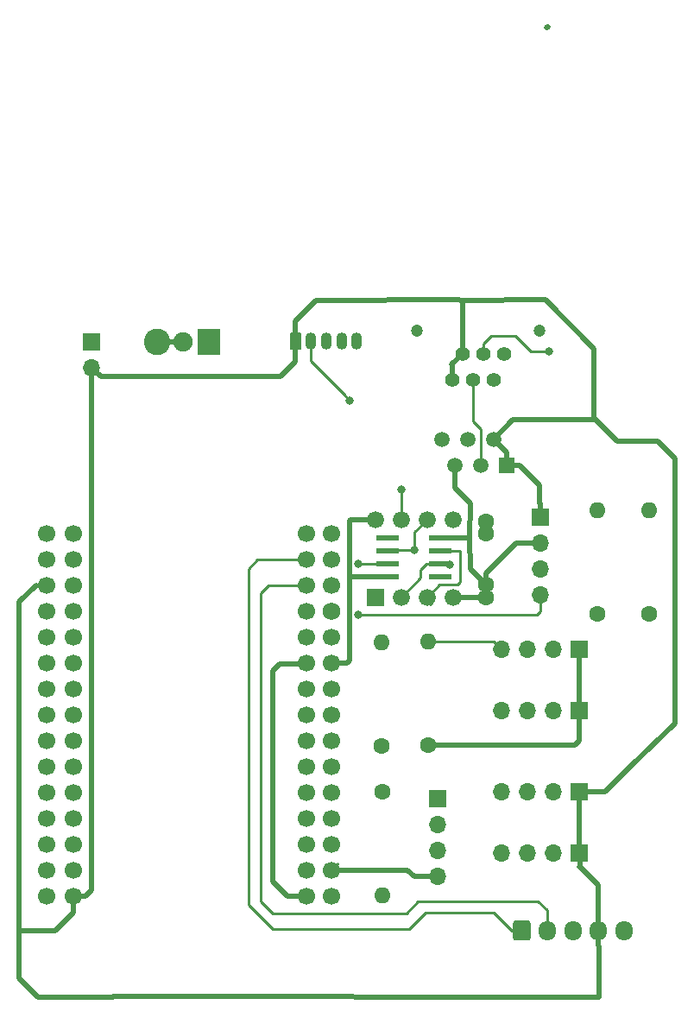
<source format=gbr>
G04 #@! TF.GenerationSoftware,KiCad,Pcbnew,(5.1.5)-3*
G04 #@! TF.CreationDate,2020-07-14T08:42:12+02:00*
G04 #@! TF.ProjectId,Airrohr_pcb,41697272-6f68-4725-9f70-63622e6b6963,rev?*
G04 #@! TF.SameCoordinates,Original*
G04 #@! TF.FileFunction,Copper,L1,Top*
G04 #@! TF.FilePolarity,Positive*
%FSLAX46Y46*%
G04 Gerber Fmt 4.6, Leading zero omitted, Abs format (unit mm)*
G04 Created by KiCad (PCBNEW (5.1.5)-3) date 2020-07-14 08:42:12*
%MOMM*%
%LPD*%
G04 APERTURE LIST*
%ADD10C,1.400000*%
%ADD11C,1.200000*%
%ADD12R,1.520000X1.520000*%
%ADD13C,1.520000*%
%ADD14O,1.600000X1.600000*%
%ADD15C,1.600000*%
%ADD16R,1.000000X0.500000*%
%ADD17C,1.900000*%
%ADD18R,2.200000X2.600000*%
%ADD19C,2.600000*%
%ADD20O,1.700000X1.700000*%
%ADD21R,1.700000X1.700000*%
%ADD22R,1.676400X1.676400*%
%ADD23C,1.676400*%
%ADD24R,2.200000X0.600000*%
%ADD25O,1.700000X1.950000*%
%ADD26C,0.100000*%
%ADD27C,1.700000*%
%ADD28C,1.740000*%
%ADD29O,1.100000X1.700000*%
%ADD30C,0.800000*%
%ADD31C,0.500000*%
%ADD32C,0.250000*%
G04 APERTURE END LIST*
D10*
X185448100Y-26757760D03*
X186468100Y-24217760D03*
X187488100Y-26757760D03*
X188508100Y-24217760D03*
X189528100Y-26757760D03*
X190548100Y-24217760D03*
D11*
X193998100Y-21917760D03*
X181998100Y-21917760D03*
D12*
X190792100Y-35144720D03*
D13*
X189522100Y-32604720D03*
X188252100Y-35144720D03*
X186982100Y-32604720D03*
X185712100Y-35144720D03*
X184442100Y-32604720D03*
D14*
X204741020Y-39583360D03*
D15*
X204741020Y-49743360D03*
D16*
X157834800Y-23088600D03*
D17*
X159054800Y-23088600D03*
D18*
X161594800Y-23088600D03*
D19*
X156514800Y-23088600D03*
D20*
X194061080Y-47857260D03*
X194061080Y-45317260D03*
X194061080Y-42777260D03*
D21*
X194061080Y-40237260D03*
D22*
X177906680Y-48084740D03*
D23*
X180446680Y-48084740D03*
X182986680Y-48084740D03*
X185526680Y-48084740D03*
X185526680Y-40464740D03*
X182986680Y-40464740D03*
X180446680Y-40464740D03*
X177906680Y-40464740D03*
D20*
X190285000Y-59168400D03*
X192825000Y-59168400D03*
X195365000Y-59168400D03*
D21*
X197905000Y-59168400D03*
D20*
X190285000Y-53168400D03*
X192825000Y-53168400D03*
X195365000Y-53168400D03*
D21*
X197905000Y-53168400D03*
D24*
X179091280Y-42293540D03*
X179091280Y-43563540D03*
X179091280Y-46103540D03*
X184291280Y-42293540D03*
X184291280Y-43563540D03*
X184291280Y-46103540D03*
X179091280Y-44833540D03*
X184291280Y-44833540D03*
D15*
X188803280Y-46867140D03*
X188803280Y-41867140D03*
X188803280Y-40617140D03*
X188803280Y-48117140D03*
D25*
X202278000Y-80772000D03*
X199778000Y-80772000D03*
X197278000Y-80772000D03*
X194778000Y-80772000D03*
G04 #@! TA.AperFunction,ComponentPad*
D26*
G36*
X192902504Y-79798204D02*
G01*
X192926773Y-79801804D01*
X192950571Y-79807765D01*
X192973671Y-79816030D01*
X192995849Y-79826520D01*
X193016893Y-79839133D01*
X193036598Y-79853747D01*
X193054777Y-79870223D01*
X193071253Y-79888402D01*
X193085867Y-79908107D01*
X193098480Y-79929151D01*
X193108970Y-79951329D01*
X193117235Y-79974429D01*
X193123196Y-79998227D01*
X193126796Y-80022496D01*
X193128000Y-80047000D01*
X193128000Y-81497000D01*
X193126796Y-81521504D01*
X193123196Y-81545773D01*
X193117235Y-81569571D01*
X193108970Y-81592671D01*
X193098480Y-81614849D01*
X193085867Y-81635893D01*
X193071253Y-81655598D01*
X193054777Y-81673777D01*
X193036598Y-81690253D01*
X193016893Y-81704867D01*
X192995849Y-81717480D01*
X192973671Y-81727970D01*
X192950571Y-81736235D01*
X192926773Y-81742196D01*
X192902504Y-81745796D01*
X192878000Y-81747000D01*
X191678000Y-81747000D01*
X191653496Y-81745796D01*
X191629227Y-81742196D01*
X191605429Y-81736235D01*
X191582329Y-81727970D01*
X191560151Y-81717480D01*
X191539107Y-81704867D01*
X191519402Y-81690253D01*
X191501223Y-81673777D01*
X191484747Y-81655598D01*
X191470133Y-81635893D01*
X191457520Y-81614849D01*
X191447030Y-81592671D01*
X191438765Y-81569571D01*
X191432804Y-81545773D01*
X191429204Y-81521504D01*
X191428000Y-81497000D01*
X191428000Y-80047000D01*
X191429204Y-80022496D01*
X191432804Y-79998227D01*
X191438765Y-79974429D01*
X191447030Y-79951329D01*
X191457520Y-79929151D01*
X191470133Y-79908107D01*
X191484747Y-79888402D01*
X191501223Y-79870223D01*
X191519402Y-79853747D01*
X191539107Y-79839133D01*
X191560151Y-79826520D01*
X191582329Y-79816030D01*
X191605429Y-79807765D01*
X191629227Y-79801804D01*
X191653496Y-79798204D01*
X191678000Y-79797000D01*
X192878000Y-79797000D01*
X192902504Y-79798204D01*
G37*
G04 #@! TD.AperFunction*
D27*
X171138600Y-44399200D03*
X171138600Y-49479200D03*
X171138600Y-46939200D03*
X171138600Y-67259200D03*
X171138600Y-64719200D03*
X171138600Y-59639200D03*
X171138600Y-62179200D03*
X171138600Y-77419200D03*
X171138600Y-57099200D03*
X171138600Y-52019200D03*
X171138600Y-54559200D03*
X171138600Y-69799200D03*
X171138600Y-74879200D03*
X171138600Y-72339200D03*
X171138600Y-41859200D03*
X148278600Y-77419200D03*
X148278600Y-74879200D03*
X148278600Y-72339200D03*
X148278600Y-69799200D03*
X148278600Y-67259200D03*
X148278600Y-64719200D03*
X148278600Y-62179200D03*
X148278600Y-59639200D03*
X148278600Y-57099200D03*
X148278600Y-54559200D03*
X148278600Y-52019200D03*
X148278600Y-49479200D03*
X148278600Y-46939200D03*
X148278600Y-44399200D03*
X148278600Y-41859200D03*
X173653200Y-41833800D03*
X173653200Y-44373800D03*
X173653200Y-46913800D03*
D28*
X173653200Y-49453800D03*
D27*
X173653200Y-51993800D03*
X173653200Y-54533800D03*
X173653200Y-57073800D03*
X173653200Y-59613800D03*
X173653200Y-62153800D03*
X173653200Y-64693800D03*
X173653200Y-67233800D03*
X173653200Y-69773800D03*
X173653200Y-72313800D03*
X173653200Y-74853800D03*
X173653200Y-77393800D03*
X145713200Y-77393800D03*
X145713200Y-74853800D03*
X145713200Y-72313800D03*
X145713200Y-69773800D03*
X145713200Y-67233800D03*
X145713200Y-64693800D03*
X145713200Y-62153800D03*
X145713200Y-59613800D03*
X145713200Y-57073800D03*
X145713200Y-54533800D03*
X145713200Y-51993800D03*
X145713200Y-49453800D03*
X145713200Y-46913800D03*
X145713200Y-44373800D03*
X145713200Y-41833800D03*
D20*
X190285000Y-73168400D03*
X192825000Y-73168400D03*
X195365000Y-73168400D03*
D21*
X197905000Y-73168400D03*
D20*
X190285000Y-67168400D03*
X192825000Y-67168400D03*
X195365000Y-67168400D03*
D21*
X197905000Y-67168400D03*
D29*
X176085000Y-22987000D03*
X174585000Y-22987000D03*
X173085000Y-22987000D03*
X171585000Y-22987000D03*
G04 #@! TA.AperFunction,ComponentPad*
D26*
G36*
X170489149Y-22137779D02*
G01*
X170504846Y-22140107D01*
X170520239Y-22143963D01*
X170535180Y-22149309D01*
X170549525Y-22156093D01*
X170563136Y-22164251D01*
X170575881Y-22173704D01*
X170587639Y-22184361D01*
X170598296Y-22196119D01*
X170607749Y-22208864D01*
X170615907Y-22222475D01*
X170622691Y-22236820D01*
X170628037Y-22251761D01*
X170631893Y-22267154D01*
X170634221Y-22282851D01*
X170635000Y-22298700D01*
X170635000Y-23675300D01*
X170634221Y-23691149D01*
X170631893Y-23706846D01*
X170628037Y-23722239D01*
X170622691Y-23737180D01*
X170615907Y-23751525D01*
X170607749Y-23765136D01*
X170598296Y-23777881D01*
X170587639Y-23789639D01*
X170575881Y-23800296D01*
X170563136Y-23809749D01*
X170549525Y-23817907D01*
X170535180Y-23824691D01*
X170520239Y-23830037D01*
X170504846Y-23833893D01*
X170489149Y-23836221D01*
X170473300Y-23837000D01*
X169696700Y-23837000D01*
X169680851Y-23836221D01*
X169665154Y-23833893D01*
X169649761Y-23830037D01*
X169634820Y-23824691D01*
X169620475Y-23817907D01*
X169606864Y-23809749D01*
X169594119Y-23800296D01*
X169582361Y-23789639D01*
X169571704Y-23777881D01*
X169562251Y-23765136D01*
X169554093Y-23751525D01*
X169547309Y-23737180D01*
X169541963Y-23722239D01*
X169538107Y-23706846D01*
X169535779Y-23691149D01*
X169535000Y-23675300D01*
X169535000Y-22298700D01*
X169535779Y-22282851D01*
X169538107Y-22267154D01*
X169541963Y-22251761D01*
X169547309Y-22236820D01*
X169554093Y-22222475D01*
X169562251Y-22208864D01*
X169571704Y-22196119D01*
X169582361Y-22184361D01*
X169594119Y-22173704D01*
X169606864Y-22164251D01*
X169620475Y-22156093D01*
X169634820Y-22149309D01*
X169649761Y-22143963D01*
X169665154Y-22140107D01*
X169680851Y-22137779D01*
X169696700Y-22137000D01*
X170473300Y-22137000D01*
X170489149Y-22137779D01*
G37*
G04 #@! TD.AperFunction*
D14*
X199677020Y-39583360D03*
D15*
X199677020Y-49743360D03*
D14*
X178516280Y-52537360D03*
D15*
X178516280Y-62697360D03*
D14*
X183088280Y-52410360D03*
D15*
X183088280Y-62570360D03*
D14*
X178574700Y-77287120D03*
D15*
X178574700Y-67127120D03*
D20*
X183984900Y-75483720D03*
X183984900Y-72943720D03*
X183984900Y-70403720D03*
D21*
X183984900Y-67863720D03*
D20*
X150114000Y-25603200D03*
D21*
X150114000Y-23063200D03*
D30*
X181742080Y-43487340D03*
X175427640Y-28788360D03*
X176273460Y-44833540D03*
X176273460Y-49771300D03*
X180431440Y-37510720D03*
X194980560Y-23944580D03*
X185173620Y-44866560D03*
D31*
X194828160Y7861300D02*
X194726560Y7759700D01*
D32*
X185526680Y-48084740D02*
X186712073Y-48084740D01*
D31*
X188770880Y-48084740D02*
X188803280Y-48117140D01*
X185526680Y-48084740D02*
X188770880Y-48084740D01*
D32*
X174218600Y-74168000D02*
X174218600Y-74269600D01*
D31*
X173653200Y-74853800D02*
X181091840Y-74853800D01*
X181721760Y-75483720D02*
X183984900Y-75483720D01*
X181091840Y-74853800D02*
X181721760Y-75483720D01*
X188803280Y-46867140D02*
X188803280Y-48117140D01*
X192858999Y-42777260D02*
X194061080Y-42777260D01*
X191761790Y-42777260D02*
X192858999Y-42777260D01*
X188803280Y-45735770D02*
X191761790Y-42777260D01*
X188803280Y-46867140D02*
X188803280Y-45735770D01*
X185712100Y-35144720D02*
X185712100Y-37355780D01*
X185712100Y-37355780D02*
X187225940Y-38869620D01*
X187225940Y-45289800D02*
X188803280Y-46867140D01*
X184291280Y-42293540D02*
X185891280Y-42293540D01*
X185896360Y-42298620D02*
X187185300Y-42298620D01*
X185891280Y-42293540D02*
X185896360Y-42298620D01*
X187225940Y-38869620D02*
X187185300Y-42298620D01*
X187185300Y-42298620D02*
X187225940Y-45289800D01*
X167862000Y-75996800D02*
X169284400Y-77419200D01*
X169284400Y-77419200D02*
X171138600Y-77419200D01*
X171062400Y-54559200D02*
X170986200Y-54635400D01*
X170986200Y-54635400D02*
X168522400Y-54635400D01*
X168522400Y-54635400D02*
X167862000Y-55295800D01*
X167862000Y-55295800D02*
X167862000Y-75996800D01*
X197905000Y-54518400D02*
X197905000Y-59168400D01*
X197905000Y-53168400D02*
X197905000Y-54518400D01*
X188803280Y-40617140D02*
X188803280Y-41867140D01*
X175125380Y-54533800D02*
X173653200Y-54533800D01*
X175400599Y-54258581D02*
X175125380Y-54533800D01*
X175536860Y-40464740D02*
X177906680Y-40464740D01*
X175400599Y-40601001D02*
X175536860Y-40464740D01*
X175445420Y-46103540D02*
X175409860Y-46067980D01*
X179091280Y-46103540D02*
X175445420Y-46103540D01*
X175400599Y-40601001D02*
X175409860Y-46067980D01*
X175409860Y-46067980D02*
X175400599Y-54258581D01*
X197905000Y-62173760D02*
X197905000Y-59168400D01*
X197912980Y-62181740D02*
X197905000Y-62173760D01*
X183088280Y-62570360D02*
X197524360Y-62570360D01*
X197524360Y-62570360D02*
X197912980Y-62181740D01*
D32*
X166363400Y-44399200D02*
X165474400Y-45288200D01*
X171138600Y-44399200D02*
X166363400Y-44399200D01*
X191328000Y-80772000D02*
X192278000Y-80772000D01*
X165474400Y-45288200D02*
X165486080Y-78148180D01*
X165486080Y-78247240D02*
X167830500Y-80591660D01*
X165486080Y-78148180D02*
X165486080Y-78247240D01*
X167827960Y-80591660D02*
X167830500Y-80591660D01*
X189532260Y-79006700D02*
X190192660Y-79667100D01*
X190068160Y-79512160D02*
X190192660Y-79667100D01*
X181251860Y-80591660D02*
X182836820Y-79006700D01*
X167830500Y-80591660D02*
X181251860Y-80591660D01*
X190192660Y-79667100D02*
X191328000Y-80772000D01*
X182836820Y-79006700D02*
X189532260Y-79006700D01*
X169936519Y-46939200D02*
X171138600Y-46939200D01*
X169931439Y-46934120D02*
X169936519Y-46939200D01*
X194818000Y-79507000D02*
X194818000Y-78740000D01*
X182112920Y-77889100D02*
X180939870Y-79062150D01*
X166672260Y-77886560D02*
X166672260Y-47660560D01*
X193888360Y-77889100D02*
X182112920Y-77889100D01*
X194778000Y-80772000D02*
X194778000Y-79547000D01*
X194818000Y-78740000D02*
X193888360Y-77889100D01*
X194778000Y-79547000D02*
X194818000Y-79507000D01*
X166672260Y-47660560D02*
X167398700Y-46934120D01*
X180939870Y-79062150D02*
X167847850Y-79062150D01*
X167847850Y-79062150D02*
X166672260Y-77886560D01*
X167398700Y-46934120D02*
X169931439Y-46934120D01*
D31*
X144635570Y-46913800D02*
X142995400Y-48553970D01*
D32*
X145713200Y-46913800D02*
X144635570Y-46913800D01*
X148278600Y-77419200D02*
X148126200Y-77419200D01*
D31*
X142970000Y-48514000D02*
X142970000Y-80732030D01*
X150114000Y-75361800D02*
X150114000Y-25603200D01*
X197905000Y-71818400D02*
X197905000Y-67168400D01*
X197905000Y-73168400D02*
X197905000Y-71818400D01*
X150114000Y-25603200D02*
X150963999Y-26453199D01*
X152517741Y-26453199D02*
X152519380Y-26451560D01*
X152128881Y-26416000D02*
X152519380Y-26451560D01*
X150963999Y-26453199D02*
X152517741Y-26453199D01*
X152519380Y-26451560D02*
X168656000Y-26416000D01*
X170085000Y-23837000D02*
X170070780Y-23851220D01*
X170085000Y-22987000D02*
X170085000Y-23837000D01*
X170070780Y-25001220D02*
X168656000Y-26416000D01*
X170070780Y-23851220D02*
X170070780Y-25001220D01*
X192052100Y-35144720D02*
X192057260Y-35139560D01*
X150114000Y-76785881D02*
X150114000Y-75361800D01*
X149480681Y-77419200D02*
X150114000Y-76785881D01*
X148278600Y-77419200D02*
X149480681Y-77419200D01*
X148304000Y-78994000D02*
X146526000Y-80772000D01*
X148304000Y-78646681D02*
X148304000Y-78994000D01*
X148278600Y-78621281D02*
X148304000Y-78646681D01*
X152176480Y-87274400D02*
X152191720Y-87259160D01*
X148278600Y-77419200D02*
X148278600Y-78621281D01*
X146526000Y-80772000D02*
X142995400Y-80772000D01*
X142995400Y-80772000D02*
X142995400Y-85456780D01*
X142995400Y-85456780D02*
X144813020Y-87274400D01*
X144813020Y-87274400D02*
X152176480Y-87274400D01*
X199821800Y-82290800D02*
X199821800Y-87292180D01*
X199778000Y-80772000D02*
X199778000Y-82247000D01*
X152191720Y-87259160D02*
X199821800Y-87292180D01*
X199778000Y-82247000D02*
X199821800Y-82290800D01*
X199778000Y-79297000D02*
X199788780Y-79286220D01*
X199778000Y-80772000D02*
X199778000Y-79297000D01*
X199788780Y-76306680D02*
X197975220Y-74493120D01*
X199788780Y-79286220D02*
X199788780Y-76306680D01*
X197905000Y-73168400D02*
X197975220Y-74493120D01*
X197975220Y-74493120D02*
X197905000Y-74518400D01*
X191427180Y-30699640D02*
X189522100Y-32604720D01*
X199531040Y-30699640D02*
X191427180Y-30699640D01*
X194061080Y-38887260D02*
X194048380Y-38874560D01*
X194061080Y-40237260D02*
X194061080Y-38887260D01*
X194048380Y-37101780D02*
X192100200Y-35153600D01*
X194048380Y-38874560D02*
X194048380Y-37101780D01*
X190792100Y-35144720D02*
X192100200Y-35153600D01*
X192100200Y-35153600D02*
X192052100Y-35144720D01*
X190792100Y-33874720D02*
X189522100Y-32604720D01*
X190792100Y-35144720D02*
X190792100Y-33874720D01*
X201640580Y-32809180D02*
X199531040Y-30699640D01*
X205590140Y-32809180D02*
X201640580Y-32809180D01*
X202955800Y-64650000D02*
X207276700Y-60467240D01*
X207276700Y-34495740D02*
X205590140Y-32809180D01*
X207276700Y-60467240D02*
X207276700Y-34495740D01*
X199364600Y-30533200D02*
X199531040Y-30699640D01*
X170085000Y-20989800D02*
X172110400Y-18964400D01*
X172110400Y-18964400D02*
X185851800Y-18939000D01*
X199364600Y-23698200D02*
X199364600Y-30533200D01*
X170085000Y-22987000D02*
X170085000Y-20989800D01*
X194605400Y-18939000D02*
X199364600Y-23698200D01*
X200437400Y-67168400D02*
X197905000Y-67168400D01*
X202955800Y-64650000D02*
X200437400Y-67168400D01*
X186468100Y-24217760D02*
X185399680Y-25286180D01*
X185448100Y-25334600D02*
X185448100Y-26757760D01*
X185399680Y-25286180D02*
X185448100Y-25334600D01*
X186494420Y-23201491D02*
X186494420Y-18983960D01*
X186468100Y-23227811D02*
X186494420Y-23201491D01*
X186468100Y-24217760D02*
X186468100Y-23227811D01*
X185851800Y-18939000D02*
X186494420Y-18983960D01*
X186494420Y-18983960D02*
X194605400Y-18939000D01*
D32*
X181742080Y-41709340D02*
X182986680Y-40464740D01*
X181742080Y-43487340D02*
X181742080Y-43487340D01*
X183113680Y-52410360D02*
X183088280Y-52410360D01*
X189526960Y-52410360D02*
X190285000Y-53168400D01*
X183088280Y-52410360D02*
X189526960Y-52410360D01*
X181742080Y-43487340D02*
X181742080Y-41709340D01*
X179167480Y-43487340D02*
X179091280Y-43563540D01*
X181742080Y-43487340D02*
X179167480Y-43487340D01*
X171585000Y-24830685D02*
X171585000Y-22987000D01*
X174861955Y-28222675D02*
X175427640Y-28788360D01*
X174861955Y-28222675D02*
X174859415Y-28222675D01*
X171585000Y-24948260D02*
X171585000Y-24830685D01*
X174859415Y-28222675D02*
X171585000Y-24948260D01*
D31*
X183388000Y-48717200D02*
X182626000Y-47980600D01*
D32*
X192542400Y-66819119D02*
X192567800Y-66793719D01*
X186187080Y-43563540D02*
X186237880Y-43614340D01*
X184291280Y-43563540D02*
X186187080Y-43563540D01*
X186237880Y-43614340D02*
X186237880Y-46560740D01*
X185958480Y-46840140D02*
X184231280Y-46840140D01*
X184231280Y-46840140D02*
X182986680Y-48084740D01*
X186237880Y-46560740D02*
X185958480Y-46840140D01*
X194645280Y-47908060D02*
X193443199Y-47908060D01*
X204690220Y-39583360D02*
X204741020Y-39583360D01*
X179091280Y-44833540D02*
X176273460Y-44833540D01*
X176273460Y-44833540D02*
X176273460Y-44833540D01*
X176273460Y-49771300D02*
X193779140Y-49771300D01*
X194061080Y-49489360D02*
X194061080Y-47857260D01*
X193779140Y-49771300D02*
X194061080Y-49489360D01*
X180431440Y-40449500D02*
X180446680Y-40464740D01*
X180431440Y-37510720D02*
X180431440Y-40449500D01*
X188508100Y-23227811D02*
X189251831Y-22484080D01*
X188508100Y-24217760D02*
X188508100Y-23227811D01*
X189251831Y-22484080D02*
X190840360Y-22484080D01*
X190840360Y-22484080D02*
X191670940Y-22484080D01*
X191670940Y-22484080D02*
X192747900Y-23561040D01*
X192747900Y-23561040D02*
X193131440Y-23944580D01*
X193131440Y-23944580D02*
X194980560Y-23944580D01*
X194980560Y-23944580D02*
X194980560Y-23944580D01*
X182941280Y-44833540D02*
X184291280Y-44833540D01*
X182351680Y-46179740D02*
X182351680Y-45423140D01*
X182351680Y-45423140D02*
X182941280Y-44833540D01*
X180446680Y-48084740D02*
X182351680Y-46179740D01*
X187490100Y-30850840D02*
X188252100Y-31612840D01*
X187490100Y-27749709D02*
X187490100Y-30850840D01*
X188252100Y-31612840D02*
X188252100Y-35144720D01*
X187488100Y-26757760D02*
X187488100Y-27747709D01*
X187488100Y-27747709D02*
X187490100Y-27749709D01*
X202949200Y-80799400D02*
X202949200Y-80924400D01*
M02*

</source>
